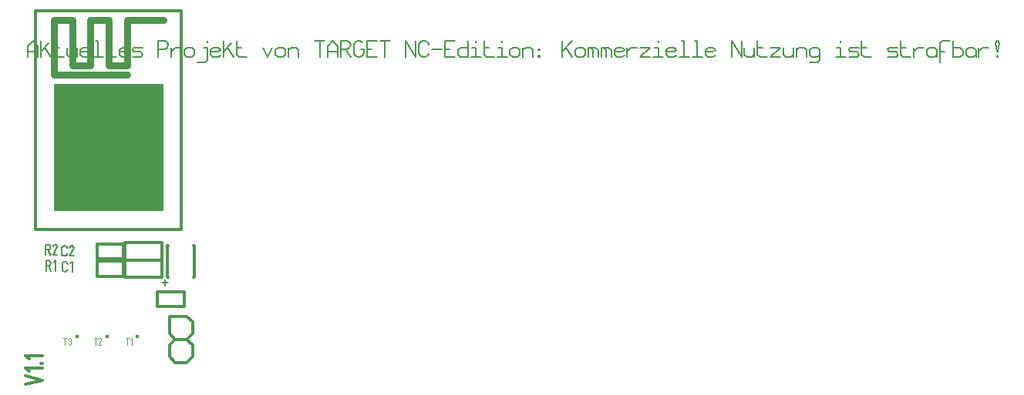
<source format=gto>
%FSLAX35Y35*%
%MOIN*%
%TF.FileFunction,Legend,Top*%
%ADD10C,0.00591*%
%ADD11C,0.00214*%
%ADD12C,0.00384*%
%ADD13C,0.00409*%
%ADD14C,0.00472*%
%ADD15C,0.00512*%
%ADD16C,0.00650*%
%ADD17C,0.00768*%
%ADD18C,0.00886*%
%ADD19C,0.01181*%
%ADD20C,0.01575*%
%ADD21C,0.01969*%
%ADD22C,0.02362*%
%ADD23C,0.03150*%
%ADD24C,0.03937*%
%AMR_25*21,1,0.00787,0.00787,0,0,0.000*%
%ADD25R_25*%
%AMR_26*21,1,0.01181,0.01181,0,0,0.000*%
%ADD26R_26*%
%AMR_27*21,1,0.01706,0.01706,0,0,0.000*%
%ADD27R_27*%
%AMR_28*21,1,0.02133,0.02133,0,0,0.000*%
%ADD28R_28*%
%AMR_29*21,1,0.02362,0.02362,0,0,0.000*%
%ADD29R_29*%
%AMR_30*21,1,0.03200,0.03800,0,0,0.000*%
%ADD30R_30*%
%AMR_31*21,1,0.03200,0.03800,0,0,90.000*%
%ADD31R_31*%
%AMR_32*21,1,0.03200,0.03800,0,0,180.000*%
%ADD32R_32*%
%AMR_33*21,1,0.04409,0.06299,0,0,90.000*%
%ADD33R_33*%
%AMR_34*21,1,0.05000,0.05000,0,0,180.000*%
%ADD34R_34*%
%AMR_35*21,1,0.07874,0.09449,0,0,90.000*%
%ADD35R_35*%
%AMR_36*21,1,0.19685,0.19685,0,0,0.000*%
%ADD36R_36*%
%AMOCT_37*4,1,8,0.031496,0.023622,0.015748,0.039370,-0.015748,0.039370,-0.031496,0.023622,-0.031496,-0.023622,-0.015748,-0.039370,0.015748,-0.039370,0.031496,-0.023622,0.031496,0.023622,270.000*%
%ADD37OCT_37*%
%AMOCT_38*4,1,8,0.039370,0.009843,0.029528,0.019685,-0.029528,0.019685,-0.039370,0.009843,-0.039370,-0.009843,-0.029528,-0.019685,0.029528,-0.019685,0.039370,-0.009843,0.039370,0.009843,0.000*%
%ADD38OCT_38*%
%AMOCT_39*4,1,8,0.039370,0.009843,0.029528,0.019685,-0.029528,0.019685,-0.039370,0.009843,-0.039370,-0.009843,-0.029528,-0.019685,0.029528,-0.019685,0.039370,-0.009843,0.039370,0.009843,90.000*%
%ADD39OCT_39*%
%ADD40O,0.02559X0.04173*%
%AMRR_41*21,1,0.02559,0.03661,0,0,180.000*21,1,0.02047,0.04173,0,0,180.000*1,1,0.00512,-0.01024,-0.01831*1,1,0.00512,0.01024,0.01831*1,1,0.00512,-0.01024,0.01831*1,1,0.00512,0.01024,-0.01831*%
%ADD41RR_41*%
%AMRR_42*21,1,0.06299,0.06929,0,0,180.000*21,1,0.05354,0.07874,0,0,180.000*1,1,0.00945,-0.02677,-0.03465*1,1,0.00945,0.02677,0.03465*1,1,0.00945,-0.02677,0.03465*1,1,0.00945,0.02677,-0.03465*%
%ADD42RR_42*%
%AMRR_43*21,1,0.06299,0.06614,0,0,270.000*21,1,0.05039,0.07874,0,0,270.000*1,1,0.01260,0.03307,-0.02520*1,1,0.01260,-0.03307,0.02520*1,1,0.01260,-0.03307,-0.02520*1,1,0.01260,0.03307,0.02520*%
%ADD43RR_43*%
%AMRR_44*21,1,0.23622,0.06457,0,0,90.000*21,1,0.22205,0.07874,0,0,90.000*1,1,0.01417,-0.03228,0.11102*1,1,0.01417,0.03228,-0.11102*1,1,0.01417,0.03228,0.11102*1,1,0.01417,-0.03228,-0.11102*%
%ADD44RR_44*%
G54D10*
X20855Y55602D02*
X20964Y55121D01*
X20975Y55106D01*
X20994Y55103D01*
X21009Y55114D01*
X21012Y55132D01*
X20903Y55613D01*
X20892Y55628D01*
X20873Y55631D01*
X20858Y55620D01*
X20855Y55602D01*
X20552Y55977D02*
X20859Y55592D01*
X20876Y55583D01*
X20894Y55588D01*
X20903Y55604D01*
X20898Y55623D01*
X20591Y56008D01*
X20574Y56017D01*
X20556Y56012D01*
X20547Y55995D01*
X20552Y55977D01*
X20117Y56184D02*
X20561Y55970D01*
X20580Y55969D01*
X20594Y55982D01*
X20595Y56001D01*
X20582Y56015D01*
X20138Y56229D01*
X20119Y56230D01*
X20105Y56217D01*
X20104Y56198D01*
X20117Y56184D01*
X19635Y56182D02*
X20127Y56182D01*
X20145Y56189D01*
X20152Y56206D01*
X20145Y56224D01*
X20127Y56231D01*
X19635Y56231D01*
X19617Y56224D01*
X19610Y56206D01*
X19617Y56189D01*
X19635Y56182D01*
X19201Y55970D02*
X19645Y56184D01*
X19658Y56198D01*
X19657Y56217D01*
X19643Y56230D01*
X19624Y56229D01*
X19180Y56015D01*
X19167Y56001D01*
X19168Y55982D01*
X19183Y55969D01*
X19201Y55970D01*
X18903Y55592D02*
X19210Y55977D01*
X19215Y55995D01*
X19206Y56012D01*
X19188Y56017D01*
X19171Y56008D01*
X18864Y55623D01*
X18859Y55604D01*
X18868Y55588D01*
X18886Y55583D01*
X18903Y55592D01*
X18798Y55121D02*
X18907Y55602D01*
X18904Y55620D01*
X18889Y55631D01*
X18870Y55628D01*
X18859Y55613D01*
X18750Y55132D01*
X18753Y55114D01*
X18768Y55103D01*
X18787Y55106D01*
X18798Y55121D01*
X18823Y52863D02*
X18823Y55127D01*
X18816Y55144D01*
X18798Y55151D01*
X18781Y55144D01*
X18774Y55127D01*
X18774Y52863D01*
X18781Y52846D01*
X18798Y52838D01*
X18816Y52846D01*
X18823Y52863D01*
X18774Y53390D02*
X18823Y53390D01*
X18774Y53941D02*
X18823Y53941D01*
X18774Y54492D02*
X18823Y54492D01*
X18774Y55043D02*
X18823Y55043D01*
X18907Y52388D02*
X18798Y52869D01*
X18787Y52884D01*
X18768Y52887D01*
X18753Y52876D01*
X18750Y52858D01*
X18859Y52377D01*
X18870Y52362D01*
X18889Y52359D01*
X18904Y52370D01*
X18907Y52388D01*
X19210Y52013D02*
X18903Y52398D01*
X18886Y52407D01*
X18868Y52402D01*
X18859Y52385D01*
X18864Y52367D01*
X19171Y51982D01*
X19188Y51973D01*
X19206Y51978D01*
X19215Y51995D01*
X19210Y52013D01*
X19645Y51806D02*
X19201Y52019D01*
X19183Y52021D01*
X19168Y52008D01*
X19167Y51989D01*
X19180Y51975D01*
X19624Y51761D01*
X19643Y51760D01*
X19657Y51773D01*
X19658Y51792D01*
X19645Y51806D01*
X20127Y51808D02*
X19635Y51808D01*
X19617Y51801D01*
X19610Y51784D01*
X19617Y51766D01*
X19635Y51759D01*
X20127Y51759D01*
X20145Y51766D01*
X20152Y51784D01*
X20145Y51801D01*
X20127Y51808D01*
X20561Y52019D02*
X20117Y51806D01*
X20104Y51792D01*
X20105Y51773D01*
X20119Y51760D01*
X20138Y51761D01*
X20582Y51975D01*
X20595Y51989D01*
X20594Y52008D01*
X20580Y52021D01*
X20561Y52019D01*
X20859Y52398D02*
X20552Y52013D01*
X20547Y51995D01*
X20556Y51978D01*
X20574Y51973D01*
X20591Y51982D01*
X20898Y52367D01*
X20903Y52385D01*
X20894Y52402D01*
X20876Y52407D01*
X20859Y52398D01*
X20964Y52869D02*
X20855Y52388D01*
X20858Y52370D01*
X20873Y52359D01*
X20892Y52362D01*
X20903Y52377D01*
X21012Y52858D01*
X21009Y52876D01*
X20994Y52887D01*
X20975Y52884D01*
X20964Y52869D01*
X23013Y56227D02*
X22127Y55341D01*
X22120Y55324D01*
X22127Y55306D01*
X22145Y55299D01*
X22162Y55306D01*
X23048Y56192D01*
X23055Y56209D01*
X23048Y56227D01*
X23031Y56234D01*
X23013Y56227D01*
X22637Y55850D02*
X22706Y55850D01*
X23055Y51780D02*
X23055Y56209D01*
X23048Y56227D01*
X23031Y56234D01*
X23013Y56227D01*
X23006Y56209D01*
X23006Y51780D01*
X23013Y51763D01*
X23031Y51756D01*
X23048Y51763D01*
X23055Y51780D01*
X23006Y52307D02*
X23055Y52307D01*
X23006Y52858D02*
X23055Y52858D01*
X23006Y53409D02*
X23055Y53409D01*
X23006Y53960D02*
X23055Y53960D01*
X23006Y54512D02*
X23055Y54512D01*
X23006Y55063D02*
X23055Y55063D01*
X23006Y55614D02*
X23055Y55614D01*
X23006Y56165D02*
X23055Y56165D01*
X20594Y62477D02*
X20704Y61996D01*
X20714Y61981D01*
X20733Y61978D01*
X20748Y61989D01*
X20751Y62007D01*
X20642Y62488D01*
X20631Y62503D01*
X20612Y62506D01*
X20597Y62495D01*
X20594Y62477D01*
X20291Y62852D02*
X20599Y62467D01*
X20615Y62458D01*
X20633Y62463D01*
X20642Y62479D01*
X20637Y62498D01*
X20330Y62883D01*
X20313Y62892D01*
X20295Y62887D01*
X20286Y62870D01*
X20291Y62852D01*
X19856Y63059D02*
X20300Y62845D01*
X20319Y62844D01*
X20333Y62857D01*
X20334Y62876D01*
X20321Y62890D01*
X19877Y63104D01*
X19858Y63105D01*
X19844Y63092D01*
X19843Y63073D01*
X19856Y63059D01*
X19374Y63057D02*
X19867Y63057D01*
X19884Y63064D01*
X19891Y63081D01*
X19884Y63099D01*
X19867Y63106D01*
X19374Y63106D01*
X19356Y63099D01*
X19349Y63081D01*
X19356Y63064D01*
X19374Y63057D01*
X18941Y62845D02*
X19384Y63059D01*
X19397Y63073D01*
X19396Y63092D01*
X19382Y63105D01*
X19363Y63104D01*
X18919Y62890D01*
X18907Y62876D01*
X18908Y62857D01*
X18922Y62844D01*
X18941Y62845D01*
X18642Y62467D02*
X18949Y62852D01*
X18954Y62870D01*
X18945Y62887D01*
X18927Y62892D01*
X18911Y62883D01*
X18603Y62498D01*
X18598Y62479D01*
X18607Y62463D01*
X18625Y62458D01*
X18642Y62467D01*
X18537Y61996D02*
X18647Y62477D01*
X18643Y62495D01*
X18628Y62506D01*
X18609Y62503D01*
X18599Y62488D01*
X18489Y62007D01*
X18492Y61989D01*
X18507Y61978D01*
X18526Y61981D01*
X18537Y61996D01*
X18562Y59738D02*
X18562Y62002D01*
X18555Y62019D01*
X18538Y62026D01*
X18520Y62019D01*
X18513Y62002D01*
X18513Y59738D01*
X18520Y59721D01*
X18538Y59713D01*
X18555Y59721D01*
X18562Y59738D01*
X18513Y60265D02*
X18562Y60265D01*
X18513Y60816D02*
X18562Y60816D01*
X18513Y61367D02*
X18562Y61367D01*
X18513Y61918D02*
X18562Y61918D01*
X18647Y59263D02*
X18537Y59744D01*
X18526Y59759D01*
X18507Y59762D01*
X18492Y59751D01*
X18489Y59733D01*
X18599Y59252D01*
X18609Y59237D01*
X18628Y59234D01*
X18643Y59245D01*
X18647Y59263D01*
X18949Y58888D02*
X18642Y59273D01*
X18625Y59282D01*
X18607Y59277D01*
X18598Y59260D01*
X18603Y59242D01*
X18911Y58857D01*
X18927Y58848D01*
X18945Y58853D01*
X18954Y58870D01*
X18949Y58888D01*
X19384Y58681D02*
X18941Y58894D01*
X18922Y58896D01*
X18908Y58883D01*
X18907Y58864D01*
X18919Y58850D01*
X19363Y58636D01*
X19382Y58635D01*
X19396Y58648D01*
X19397Y58667D01*
X19384Y58681D01*
X19867Y58683D02*
X19374Y58683D01*
X19356Y58676D01*
X19349Y58659D01*
X19356Y58641D01*
X19374Y58634D01*
X19867Y58634D01*
X19884Y58641D01*
X19891Y58659D01*
X19884Y58676D01*
X19867Y58683D01*
X20300Y58894D02*
X19856Y58681D01*
X19843Y58667D01*
X19844Y58648D01*
X19858Y58635D01*
X19877Y58636D01*
X20321Y58850D01*
X20334Y58864D01*
X20333Y58883D01*
X20319Y58896D01*
X20300Y58894D01*
X20599Y59273D02*
X20291Y58888D01*
X20286Y58870D01*
X20295Y58853D01*
X20313Y58848D01*
X20330Y58857D01*
X20637Y59242D01*
X20642Y59260D01*
X20633Y59277D01*
X20615Y59282D01*
X20599Y59273D01*
X20704Y59744D02*
X20594Y59263D01*
X20597Y59245D01*
X20612Y59234D01*
X20631Y59237D01*
X20642Y59252D01*
X20751Y59733D01*
X20748Y59751D01*
X20733Y59762D01*
X20714Y59759D01*
X20704Y59744D01*
X23513Y62635D02*
X23632Y62192D01*
X23643Y62177D01*
X23662Y62175D01*
X23677Y62186D01*
X23679Y62205D01*
X23561Y62648D01*
X23549Y62663D01*
X23531Y62665D01*
X23516Y62654D01*
X23513Y62635D01*
X23195Y62948D02*
X23520Y62624D01*
X23537Y62617D01*
X23554Y62624D01*
X23562Y62642D01*
X23554Y62659D01*
X23230Y62983D01*
X23213Y62990D01*
X23195Y62983D01*
X23188Y62966D01*
X23195Y62948D01*
X22763Y63061D02*
X23206Y62942D01*
X23225Y62945D01*
X23237Y62959D01*
X23234Y62978D01*
X23219Y62990D01*
X22776Y63108D01*
X22758Y63106D01*
X22746Y63091D01*
X22749Y63072D01*
X22763Y63061D01*
X22333Y62942D02*
X22776Y63061D01*
X22791Y63072D01*
X22794Y63091D01*
X22782Y63106D01*
X22763Y63108D01*
X22321Y62990D01*
X22306Y62978D01*
X22303Y62959D01*
X22315Y62945D01*
X22333Y62942D01*
X22020Y62624D02*
X22344Y62948D01*
X22352Y62966D01*
X22344Y62983D01*
X22327Y62990D01*
X22310Y62983D01*
X21985Y62659D01*
X21978Y62642D01*
X21985Y62624D01*
X22003Y62617D01*
X22020Y62624D01*
X21908Y62192D02*
X22026Y62635D01*
X22024Y62654D01*
X22009Y62665D01*
X21990Y62663D01*
X21979Y62648D01*
X21860Y62205D01*
X21863Y62186D01*
X21878Y62175D01*
X21896Y62177D01*
X21908Y62192D01*
X21906Y58644D02*
X23678Y62188D01*
X23679Y62206D01*
X23667Y62221D01*
X23648Y62222D01*
X23634Y62210D01*
X21862Y58666D01*
X21861Y58648D01*
X21873Y58633D01*
X21892Y58632D01*
X21906Y58644D01*
X22120Y59183D02*
X22175Y59183D01*
X22396Y59734D02*
X22451Y59734D01*
X22672Y60286D02*
X22727Y60286D01*
X22947Y60837D02*
X23002Y60837D01*
X23223Y61388D02*
X23278Y61388D01*
X23498Y61939D02*
X23553Y61939D01*
X23656Y58680D02*
X21884Y58680D01*
X21867Y58673D01*
X21859Y58655D01*
X21867Y58638D01*
X21884Y58631D01*
X23656Y58631D01*
X23673Y58638D01*
X23680Y58655D01*
X23673Y58673D01*
X23656Y58680D01*
X11611Y56680D02*
X11611Y52250D01*
X11618Y52233D01*
X11635Y52226D01*
X11653Y52233D01*
X11660Y52250D01*
X11660Y56680D01*
X11653Y56697D01*
X11635Y56704D01*
X11618Y56697D01*
X11611Y56680D01*
X11611Y52777D02*
X11660Y52777D01*
X11611Y53328D02*
X11660Y53328D01*
X11611Y53879D02*
X11660Y53879D01*
X11611Y54431D02*
X11660Y54431D01*
X11611Y54982D02*
X11660Y54982D01*
X11611Y55533D02*
X11660Y55533D01*
X11611Y56084D02*
X11660Y56084D01*
X11611Y56635D02*
X11660Y56635D01*
X12718Y56704D02*
X11635Y56704D01*
X11618Y56697D01*
X11611Y56680D01*
X11618Y56662D01*
X11635Y56655D01*
X12718Y56655D01*
X12735Y56662D01*
X12743Y56680D01*
X12735Y56697D01*
X12718Y56704D01*
X13193Y54623D02*
X12713Y54514D01*
X12697Y54503D01*
X12694Y54484D01*
X12705Y54469D01*
X12723Y54466D01*
X13204Y54575D01*
X13219Y54586D01*
X13222Y54605D01*
X13212Y54620D01*
X13193Y54623D01*
X13568Y54926D02*
X13183Y54619D01*
X13174Y54602D01*
X13179Y54584D01*
X13196Y54575D01*
X13214Y54580D01*
X13599Y54887D01*
X13608Y54904D01*
X13603Y54922D01*
X13586Y54931D01*
X13568Y54926D01*
X13775Y55361D02*
X13562Y54917D01*
X13560Y54898D01*
X13573Y54884D01*
X13592Y54883D01*
X13606Y54896D01*
X13820Y55340D01*
X13821Y55359D01*
X13808Y55373D01*
X13789Y55374D01*
X13775Y55361D01*
X13773Y55843D02*
X13773Y55351D01*
X13780Y55333D01*
X13798Y55326D01*
X13815Y55333D01*
X13822Y55351D01*
X13822Y55843D01*
X13815Y55861D01*
X13798Y55868D01*
X13780Y55861D01*
X13773Y55843D01*
X13562Y56277D02*
X13775Y55833D01*
X13789Y55820D01*
X13808Y55821D01*
X13821Y55835D01*
X13820Y55854D01*
X13606Y56298D01*
X13592Y56311D01*
X13573Y56309D01*
X13560Y56295D01*
X13562Y56277D01*
X13183Y56575D02*
X13568Y56268D01*
X13586Y56263D01*
X13603Y56272D01*
X13608Y56290D01*
X13599Y56307D01*
X13214Y56614D01*
X13196Y56619D01*
X13179Y56610D01*
X13174Y56592D01*
X13183Y56575D01*
X12713Y56680D02*
X13193Y56571D01*
X13212Y56574D01*
X13222Y56589D01*
X13219Y56608D01*
X13204Y56619D01*
X12723Y56728D01*
X12705Y56725D01*
X12694Y56710D01*
X12697Y56691D01*
X12713Y56680D01*
X11635Y54440D02*
X12718Y54440D01*
X12735Y54448D01*
X12743Y54465D01*
X12735Y54482D01*
X12718Y54490D01*
X11635Y54490D01*
X11618Y54482D01*
X11611Y54465D01*
X11618Y54448D01*
X11635Y54440D01*
X13872Y52262D02*
X12740Y54476D01*
X12726Y54488D01*
X12707Y54487D01*
X12695Y54473D01*
X12696Y54454D01*
X13828Y52239D01*
X13842Y52227D01*
X13861Y52229D01*
X13873Y52243D01*
X13872Y52262D01*
X13553Y52778D02*
X13608Y52778D01*
X13271Y53329D02*
X13326Y53329D01*
X12989Y53881D02*
X13044Y53881D01*
X12707Y54432D02*
X12763Y54432D01*
X15850Y56697D02*
X14964Y55811D01*
X14957Y55794D01*
X14964Y55776D01*
X14982Y55769D01*
X14999Y55776D01*
X15885Y56662D01*
X15892Y56680D01*
X15885Y56697D01*
X15868Y56704D01*
X15850Y56697D01*
X15474Y56320D02*
X15543Y56320D01*
X15892Y52250D02*
X15892Y56680D01*
X15885Y56697D01*
X15868Y56704D01*
X15850Y56697D01*
X15843Y56680D01*
X15843Y52250D01*
X15850Y52233D01*
X15868Y52226D01*
X15885Y52233D01*
X15892Y52250D01*
X15843Y52777D02*
X15892Y52777D01*
X15843Y53328D02*
X15892Y53328D01*
X15843Y53879D02*
X15892Y53879D01*
X15843Y54431D02*
X15892Y54431D01*
X15843Y54982D02*
X15892Y54982D01*
X15843Y55533D02*
X15892Y55533D01*
X15843Y56084D02*
X15892Y56084D01*
X15843Y56635D02*
X15892Y56635D01*
X11350Y63555D02*
X11350Y59125D01*
X11357Y59108D01*
X11375Y59101D01*
X11392Y59108D01*
X11399Y59125D01*
X11399Y63555D01*
X11392Y63572D01*
X11375Y63579D01*
X11357Y63572D01*
X11350Y63555D01*
X11350Y59652D02*
X11399Y59652D01*
X11350Y60203D02*
X11399Y60203D01*
X11350Y60754D02*
X11399Y60754D01*
X11350Y61306D02*
X11399Y61306D01*
X11350Y61857D02*
X11399Y61857D01*
X11350Y62408D02*
X11399Y62408D01*
X11350Y62959D02*
X11399Y62959D01*
X11350Y63510D02*
X11399Y63510D01*
X12457Y63579D02*
X11375Y63579D01*
X11357Y63572D01*
X11350Y63555D01*
X11357Y63537D01*
X11375Y63530D01*
X12457Y63530D01*
X12475Y63537D01*
X12482Y63555D01*
X12475Y63572D01*
X12457Y63579D01*
X12932Y61498D02*
X12452Y61389D01*
X12436Y61378D01*
X12433Y61359D01*
X12444Y61344D01*
X12463Y61341D01*
X12943Y61450D01*
X12958Y61461D01*
X12962Y61480D01*
X12951Y61495D01*
X12932Y61498D01*
X13308Y61801D02*
X12922Y61494D01*
X12913Y61477D01*
X12918Y61459D01*
X12935Y61450D01*
X12953Y61455D01*
X13338Y61762D01*
X13347Y61779D01*
X13342Y61797D01*
X13326Y61806D01*
X13308Y61801D01*
X13515Y62236D02*
X13301Y61792D01*
X13300Y61773D01*
X13312Y61759D01*
X13331Y61758D01*
X13345Y61771D01*
X13559Y62215D01*
X13560Y62234D01*
X13547Y62248D01*
X13529Y62249D01*
X13515Y62236D01*
X13512Y62718D02*
X13512Y62226D01*
X13519Y62208D01*
X13537Y62201D01*
X13554Y62208D01*
X13561Y62226D01*
X13561Y62718D01*
X13554Y62736D01*
X13537Y62743D01*
X13519Y62736D01*
X13512Y62718D01*
X13301Y63152D02*
X13515Y62708D01*
X13529Y62695D01*
X13547Y62696D01*
X13560Y62710D01*
X13559Y62729D01*
X13345Y63173D01*
X13331Y63186D01*
X13312Y63184D01*
X13300Y63170D01*
X13301Y63152D01*
X12922Y63450D02*
X13308Y63143D01*
X13326Y63138D01*
X13342Y63147D01*
X13347Y63165D01*
X13338Y63182D01*
X12953Y63489D01*
X12935Y63494D01*
X12918Y63485D01*
X12913Y63467D01*
X12922Y63450D01*
X12452Y63555D02*
X12932Y63446D01*
X12951Y63449D01*
X12962Y63464D01*
X12958Y63483D01*
X12943Y63494D01*
X12463Y63603D01*
X12444Y63600D01*
X12433Y63585D01*
X12436Y63566D01*
X12452Y63555D01*
X11375Y61315D02*
X12457Y61315D01*
X12475Y61323D01*
X12482Y61340D01*
X12475Y61357D01*
X12457Y61365D01*
X11375Y61365D01*
X11357Y61357D01*
X11350Y61340D01*
X11357Y61323D01*
X11375Y61315D01*
X13611Y59137D02*
X12479Y61351D01*
X12465Y61363D01*
X12446Y61362D01*
X12434Y61348D01*
X12435Y61329D01*
X13567Y59114D01*
X13581Y59102D01*
X13600Y59104D01*
X13612Y59118D01*
X13611Y59137D01*
X13292Y59653D02*
X13347Y59653D01*
X13010Y60204D02*
X13065Y60204D01*
X12728Y60756D02*
X12784Y60756D01*
X12447Y61307D02*
X12502Y61307D01*
X16350Y63105D02*
X16469Y62662D01*
X16480Y62647D01*
X16499Y62645D01*
X16514Y62656D01*
X16516Y62675D01*
X16398Y63118D01*
X16386Y63133D01*
X16368Y63135D01*
X16353Y63124D01*
X16350Y63105D01*
X16032Y63419D02*
X16357Y63094D01*
X16374Y63087D01*
X16391Y63094D01*
X16399Y63112D01*
X16391Y63129D01*
X16067Y63453D01*
X16050Y63461D01*
X16032Y63453D01*
X16025Y63436D01*
X16032Y63419D01*
X15600Y63531D02*
X16043Y63412D01*
X16062Y63415D01*
X16073Y63430D01*
X16071Y63448D01*
X16056Y63460D01*
X15613Y63578D01*
X15594Y63576D01*
X15583Y63561D01*
X15585Y63542D01*
X15600Y63531D01*
X15170Y63412D02*
X15613Y63531D01*
X15628Y63542D01*
X15631Y63561D01*
X15619Y63576D01*
X15600Y63578D01*
X15158Y63460D01*
X15143Y63448D01*
X15140Y63430D01*
X15152Y63415D01*
X15170Y63412D01*
X14857Y63094D02*
X15181Y63419D01*
X15188Y63436D01*
X15181Y63453D01*
X15164Y63461D01*
X15146Y63453D01*
X14822Y63129D01*
X14815Y63112D01*
X14822Y63094D01*
X14840Y63087D01*
X14857Y63094D01*
X14745Y62662D02*
X14863Y63105D01*
X14861Y63124D01*
X14846Y63135D01*
X14827Y63133D01*
X14816Y63118D01*
X14697Y62675D01*
X14700Y62656D01*
X14715Y62645D01*
X14733Y62647D01*
X14745Y62662D01*
X14743Y59114D02*
X16515Y62658D01*
X16516Y62677D01*
X16504Y62691D01*
X16485Y62692D01*
X16471Y62680D01*
X14699Y59136D01*
X14698Y59118D01*
X14710Y59103D01*
X14729Y59102D01*
X14743Y59114D01*
X14957Y59653D02*
X15012Y59653D01*
X15233Y60205D02*
X15288Y60205D01*
X15509Y60756D02*
X15564Y60756D01*
X15784Y61307D02*
X15839Y61307D01*
X16060Y61858D02*
X16115Y61858D01*
X16335Y62409D02*
X16390Y62409D01*
X16493Y59150D02*
X14721Y59150D01*
X14704Y59143D01*
X14696Y59125D01*
X14704Y59108D01*
X14721Y59101D01*
X16493Y59101D01*
X16510Y59108D01*
X16517Y59125D01*
X16510Y59143D01*
X16493Y59150D01*
G54D13*
X46038Y23005D02*
X47455Y23005D01*
X46731Y23005D02*
X46731Y20171D01*
X48180Y22438D02*
X48747Y23005D01*
X48747Y20171D01*
X32288Y23005D02*
X33705Y23005D01*
X32981Y23005D02*
X32981Y20171D01*
X35563Y22438D02*
X35455Y22772D01*
X35172Y22978D01*
X34821Y22978D01*
X34538Y22772D01*
X34430Y22438D01*
X35563Y22438D02*
X34430Y20171D01*
X35563Y20171D01*
X19163Y23005D02*
X20580Y23005D01*
X19856Y23005D02*
X19856Y20171D01*
X21305Y20738D02*
X21413Y20404D01*
X21696Y20199D01*
X22047Y20199D01*
X22330Y20404D01*
X22438Y20738D01*
X22438Y21147D02*
X22438Y20738D01*
X22438Y21147D02*
X22363Y21431D01*
X22155Y21638D01*
X21872Y21714D01*
X21714Y21714D02*
X21872Y21714D01*
X21714Y21714D01*
X21872Y21714D02*
X22161Y21800D01*
X22368Y22019D01*
X22438Y22312D01*
X22438Y22438D02*
X22438Y22312D01*
X22438Y22438D02*
X22330Y22772D01*
X22047Y22978D01*
X21696Y22978D01*
X21413Y22772D01*
X21305Y22438D01*
G54D16*
X3937Y144749D02*
X3937Y149473D01*
X3937Y147111D02*
X8267Y147111D01*
X8267Y149473D02*
X8267Y144749D01*
X3937Y149473D02*
X6102Y151835D01*
X8267Y149473D01*
X9566Y151835D02*
X9566Y144749D01*
X9566Y147111D02*
X12814Y150654D01*
X11190Y148882D02*
X13897Y144749D01*
X15196Y151835D02*
X15196Y145930D01*
X16279Y144749D01*
X19527Y144749D01*
X15196Y148882D02*
X17362Y148882D01*
X20826Y148882D02*
X20826Y145930D01*
X21909Y144749D01*
X24074Y144749D01*
X25157Y145930D01*
X25157Y148882D02*
X25157Y144749D01*
X30787Y145339D02*
X29704Y144749D01*
X27539Y144749D01*
X26456Y145930D01*
X26456Y147701D01*
X27539Y148882D01*
X29704Y148882D01*
X30787Y148292D01*
X30787Y147701D01*
X29704Y147111D01*
X26456Y147111D01*
X32086Y144749D02*
X36417Y144749D01*
X33169Y151835D02*
X34251Y151835D01*
X34251Y144749D01*
X37716Y144749D02*
X42047Y144749D01*
X38799Y151835D02*
X39881Y151835D01*
X39881Y144749D01*
X47677Y145339D02*
X46594Y144749D01*
X44429Y144749D01*
X43346Y145930D01*
X43346Y147701D01*
X44429Y148882D01*
X46594Y148882D01*
X47677Y148292D01*
X47677Y147701D01*
X46594Y147111D01*
X43346Y147111D01*
X48976Y144749D02*
X52765Y144749D01*
X53307Y145930D01*
X52765Y147111D01*
X49517Y147111D01*
X48976Y148292D01*
X49517Y148882D01*
X53307Y148882D01*
X60236Y151835D02*
X60236Y144749D01*
X60236Y148292D02*
X62942Y148292D01*
X64025Y148882D01*
X64566Y150063D01*
X64025Y151245D01*
X62942Y151835D01*
X60236Y151835D01*
X65866Y148882D02*
X65866Y144749D01*
X65866Y147111D02*
X67490Y148882D01*
X70196Y148882D01*
X71496Y147701D02*
X71496Y145930D01*
X71496Y147701D02*
X72578Y148882D01*
X74744Y148882D01*
X75826Y147701D01*
X75826Y145930D01*
X74744Y144749D01*
X72578Y144749D01*
X71496Y145930D01*
X77125Y142386D02*
X80374Y142386D01*
X81456Y143567D01*
X81456Y148882D01*
X79832Y148882D01*
X81456Y151835D02*
X81456Y151245D01*
X87086Y145339D02*
X86003Y144749D01*
X83838Y144749D01*
X82755Y145930D01*
X82755Y147701D01*
X83838Y148882D01*
X86003Y148882D01*
X87086Y148292D01*
X87086Y147701D01*
X86003Y147111D01*
X82755Y147111D01*
X88385Y151835D02*
X88385Y144749D01*
X88385Y147111D02*
X91633Y150654D01*
X90009Y148882D02*
X92716Y144749D01*
X94015Y151835D02*
X94015Y145930D01*
X95098Y144749D01*
X98346Y144749D01*
X94015Y148882D02*
X96181Y148882D01*
X105275Y148882D02*
X107440Y144749D01*
X109606Y148882D01*
X110905Y147701D02*
X110905Y145930D01*
X110905Y147701D02*
X111988Y148882D01*
X114153Y148882D01*
X115236Y147701D01*
X115236Y145930D01*
X114153Y144749D01*
X111988Y144749D01*
X110905Y145930D01*
X116535Y144749D02*
X116535Y148882D01*
X116535Y147701D02*
X117618Y148882D01*
X119783Y148882D01*
X120866Y147701D01*
X120866Y144749D01*
X127795Y151835D02*
X132125Y151835D01*
X129960Y151835D02*
X129960Y144749D01*
X133425Y144749D02*
X133425Y149473D01*
X133425Y147111D02*
X137755Y147111D01*
X137755Y149473D02*
X137755Y144749D01*
X133425Y149473D02*
X135590Y151835D01*
X137755Y149473D01*
X139055Y151835D02*
X139055Y144749D01*
X139055Y148292D02*
X141761Y148292D01*
X142844Y148882D01*
X143385Y150063D01*
X142844Y151245D01*
X141761Y151835D01*
X139055Y151835D01*
X141220Y148292D02*
X143385Y144749D01*
X146309Y151835D02*
X145226Y151245D01*
X144685Y150063D01*
X144685Y146520D01*
X145226Y145339D01*
X146309Y144749D01*
X147391Y144749D01*
X148474Y145339D01*
X149015Y146520D01*
X149015Y148292D01*
X147933Y148292D01*
X146309Y151835D02*
X147391Y151835D01*
X148474Y151245D01*
X150314Y151835D02*
X150314Y144749D01*
X154645Y144749D01*
X150314Y148292D02*
X152480Y148292D01*
X150314Y151835D02*
X154645Y151835D01*
X155944Y151835D02*
X160275Y151835D01*
X158110Y151835D02*
X158110Y144749D01*
X167204Y144749D02*
X167204Y151835D01*
X171535Y144749D01*
X171535Y151835D01*
X175541Y144749D02*
X176624Y145339D01*
X177165Y146520D01*
X175541Y144749D02*
X174458Y144749D01*
X173375Y145339D01*
X172834Y146520D01*
X172834Y150063D01*
X173375Y151245D01*
X174458Y151835D01*
X175541Y151835D01*
X176624Y151245D01*
X177165Y150063D01*
X178464Y148292D02*
X182795Y148292D01*
X184094Y151835D02*
X184094Y144749D01*
X188425Y144749D01*
X184094Y148292D02*
X186259Y148292D01*
X184094Y151835D02*
X188425Y151835D01*
X194055Y151835D02*
X194055Y144749D01*
X190807Y144749D01*
X189724Y145930D01*
X189724Y147701D01*
X190807Y148882D01*
X194055Y148882D01*
X195354Y144749D02*
X199685Y144749D01*
X197519Y144749D02*
X197519Y148882D01*
X197519Y151835D02*
X197519Y151245D01*
X195895Y148882D02*
X197519Y148882D01*
X200984Y151835D02*
X200984Y145930D01*
X202066Y144749D01*
X205314Y144749D01*
X200984Y148882D02*
X203149Y148882D01*
X206614Y144749D02*
X210944Y144749D01*
X208779Y144749D02*
X208779Y148882D01*
X208779Y151835D02*
X208779Y151245D01*
X207155Y148882D02*
X208779Y148882D01*
X212244Y147701D02*
X212244Y145930D01*
X212244Y147701D02*
X213326Y148882D01*
X215492Y148882D01*
X216574Y147701D01*
X216574Y145930D01*
X215492Y144749D01*
X213326Y144749D01*
X212244Y145930D01*
X217874Y144749D02*
X217874Y148882D01*
X217874Y147701D02*
X218956Y148882D01*
X221122Y148882D01*
X222204Y147701D01*
X222204Y144749D01*
X224586Y145339D02*
X224586Y144749D01*
X225127Y144749D01*
X225127Y145339D01*
X224586Y145339D01*
X225127Y148292D02*
X224586Y148292D01*
X224586Y147701D01*
X225127Y147701D01*
X225127Y148292D01*
X234763Y151835D02*
X234763Y144749D01*
X234763Y147111D02*
X239094Y151835D01*
X236387Y148882D02*
X239094Y144749D01*
X240393Y147701D02*
X240393Y145930D01*
X240393Y147701D02*
X241476Y148882D01*
X243641Y148882D01*
X244724Y147701D01*
X244724Y145930D01*
X243641Y144749D01*
X241476Y144749D01*
X240393Y145930D01*
X250354Y144749D02*
X250354Y147701D01*
X249271Y148882D01*
X248188Y144749D02*
X248188Y147701D01*
X246023Y148882D02*
X249271Y148882D01*
X246023Y144749D02*
X246023Y148882D01*
X248188Y147701D02*
X247106Y148882D01*
X255984Y144749D02*
X255984Y147701D01*
X254901Y148882D01*
X253818Y144749D02*
X253818Y147701D01*
X251653Y148882D02*
X254901Y148882D01*
X251653Y144749D02*
X251653Y148882D01*
X253818Y147701D02*
X252736Y148882D01*
X261614Y145339D02*
X260531Y144749D01*
X258366Y144749D01*
X257283Y145930D01*
X257283Y147701D01*
X258366Y148882D01*
X260531Y148882D01*
X261614Y148292D01*
X261614Y147701D01*
X260531Y147111D01*
X257283Y147111D01*
X262913Y148882D02*
X262913Y144749D01*
X262913Y147111D02*
X264537Y148882D01*
X267244Y148882D01*
X268543Y148882D02*
X272874Y148882D01*
X268543Y144749D01*
X272874Y144749D01*
X274173Y144749D02*
X278503Y144749D01*
X276338Y144749D02*
X276338Y148882D01*
X276338Y151835D02*
X276338Y151245D01*
X274714Y148882D02*
X276338Y148882D01*
X284133Y145339D02*
X283051Y144749D01*
X280885Y144749D01*
X279803Y145930D01*
X279803Y147701D01*
X280885Y148882D01*
X283051Y148882D01*
X284133Y148292D01*
X284133Y147701D01*
X283051Y147111D01*
X279803Y147111D01*
X285433Y144749D02*
X289763Y144749D01*
X286515Y151835D02*
X287598Y151835D01*
X287598Y144749D01*
X291062Y144749D02*
X295393Y144749D01*
X292145Y151835D02*
X293228Y151835D01*
X293228Y144749D01*
X301023Y145339D02*
X299940Y144749D01*
X297775Y144749D01*
X296692Y145930D01*
X296692Y147701D01*
X297775Y148882D01*
X299940Y148882D01*
X301023Y148292D01*
X301023Y147701D01*
X299940Y147111D01*
X296692Y147111D01*
X307952Y144749D02*
X307952Y151835D01*
X312283Y144749D01*
X312283Y151835D01*
X313582Y148882D02*
X313582Y145930D01*
X314665Y144749D01*
X316830Y144749D01*
X317913Y145930D01*
X317913Y148882D02*
X317913Y144749D01*
X319212Y151835D02*
X319212Y145930D01*
X320295Y144749D01*
X323543Y144749D01*
X319212Y148882D02*
X321377Y148882D01*
X324842Y148882D02*
X329173Y148882D01*
X324842Y144749D01*
X329173Y144749D01*
X330472Y148882D02*
X330472Y145930D01*
X331555Y144749D01*
X333720Y144749D01*
X334803Y145930D01*
X334803Y148882D02*
X334803Y144749D01*
X336102Y144749D02*
X336102Y148882D01*
X336102Y147701D02*
X337185Y148882D01*
X339350Y148882D01*
X340433Y147701D01*
X340433Y144749D01*
X346062Y145930D02*
X344980Y144749D01*
X342814Y144749D01*
X341732Y145930D01*
X341732Y147701D01*
X342814Y148882D01*
X344980Y148882D01*
X346062Y147701D01*
X346062Y143567D01*
X344980Y142386D01*
X341732Y142386D01*
X352992Y144749D02*
X357322Y144749D01*
X355157Y144749D02*
X355157Y148882D01*
X355157Y151835D02*
X355157Y151245D01*
X353533Y148882D02*
X355157Y148882D01*
X358622Y144749D02*
X362411Y144749D01*
X362952Y145930D01*
X362411Y147111D01*
X359163Y147111D01*
X358622Y148292D01*
X359163Y148882D01*
X362952Y148882D01*
X364251Y151835D02*
X364251Y145930D01*
X365334Y144749D01*
X368582Y144749D01*
X364251Y148882D02*
X366417Y148882D01*
X375511Y144749D02*
X379301Y144749D01*
X379842Y145930D01*
X379301Y147111D01*
X376053Y147111D01*
X375511Y148292D01*
X376053Y148882D01*
X379842Y148882D01*
X381141Y151835D02*
X381141Y145930D01*
X382224Y144749D01*
X385472Y144749D01*
X381141Y148882D02*
X383307Y148882D01*
X386771Y148882D02*
X386771Y144749D01*
X386771Y147111D02*
X388395Y148882D01*
X391102Y148882D01*
X392401Y145930D02*
X393484Y144749D01*
X395649Y144749D01*
X396732Y145930D01*
X392401Y145930D02*
X392401Y147701D01*
X393484Y148882D01*
X395649Y148882D01*
X396732Y147701D01*
X396732Y144749D01*
X398031Y142386D02*
X398031Y150654D01*
X399114Y151835D01*
X402362Y151835D01*
X398031Y147111D02*
X400196Y147111D01*
X403661Y151835D02*
X403661Y144749D01*
X406909Y144749D01*
X407992Y145930D01*
X407992Y147701D01*
X406909Y148882D01*
X403661Y148882D01*
X409291Y145930D02*
X410374Y144749D01*
X412539Y144749D01*
X413622Y145930D01*
X409291Y145930D02*
X409291Y147701D01*
X410374Y148882D01*
X412539Y148882D01*
X413622Y147701D01*
X413622Y144749D01*
X414921Y148882D02*
X414921Y144749D01*
X414921Y147111D02*
X416545Y148882D01*
X419251Y148882D01*
X422716Y144749D02*
X422716Y145339D01*
X423257Y145339D01*
X423257Y144749D01*
X422716Y144749D01*
X422716Y147111D02*
X423257Y147111D01*
X423799Y150654D01*
X423257Y151835D01*
X422716Y151835D01*
X422175Y150654D01*
X422716Y147111D01*
G54D17*
X25659Y95255D02*
X23001Y95255D01*
X23001Y92598D01*
X24832Y92598D01*
X23001Y92598D02*
X23001Y89940D01*
X25659Y89940D01*
X29675Y93956D02*
X29552Y94520D01*
X29206Y94983D01*
X28699Y95259D01*
X28123Y95301D01*
X27582Y95099D01*
X27174Y94691D01*
X26972Y94149D01*
X27013Y93574D01*
X27290Y93067D01*
X27752Y92721D01*
X28316Y92598D01*
X27017Y91240D02*
X27150Y90691D01*
X27498Y90246D01*
X28000Y89987D01*
X28564Y89959D01*
X29089Y90168D01*
X29479Y90576D01*
X29665Y91110D01*
X29612Y91672D01*
X29330Y92162D01*
X28871Y92490D01*
X28316Y92598D01*
X31033Y89940D02*
X31033Y92598D01*
X32332Y92598D01*
X32332Y92627D02*
X32841Y92729D01*
X33272Y93017D01*
X33560Y93448D01*
X33661Y93956D01*
X33560Y94465D01*
X33272Y94896D01*
X32841Y95184D01*
X32332Y95285D01*
X32332Y95255D02*
X31033Y95255D01*
X31033Y92598D01*
X35049Y94192D02*
X36112Y95255D01*
X36112Y89940D01*
X39596Y94192D02*
X39491Y94654D01*
X39196Y95023D01*
X38770Y95229D01*
X38296Y95229D01*
X37870Y95023D01*
X37575Y94654D01*
X37470Y94192D01*
X39596Y94192D02*
X37470Y89940D01*
X39596Y89940D01*
X43612Y95255D02*
X40954Y95255D01*
X40954Y92598D01*
X42785Y92598D01*
X40954Y92598D02*
X40954Y89940D01*
X43612Y89940D01*
X47332Y95255D02*
X44970Y89940D01*
X51348Y95255D02*
X48690Y95255D01*
X48690Y92598D01*
X50521Y92598D01*
X48690Y92598D02*
X48690Y89940D01*
X63011Y45816D02*
X63011Y48474D01*
X61653Y47116D02*
X64370Y47116D01*
G54D19*
X7253Y70255D02*
X70246Y70255D01*
X70246Y164744D01*
X7253Y164744D01*
X7253Y70255D01*
X61750Y49325D02*
X45750Y49325D01*
X45750Y56925D01*
X61750Y56925D01*
X61750Y49325D02*
X61750Y56925D01*
X61750Y56825D02*
X45750Y56825D01*
X45750Y64425D01*
X61750Y64425D01*
X61750Y56825D02*
X61750Y64425D01*
X33675Y49925D02*
X45075Y49925D01*
X45075Y56325D02*
X33675Y56325D01*
X45075Y49925D02*
X45075Y56325D01*
X33675Y49925D02*
X33675Y56325D01*
X33675Y57425D02*
X45075Y57425D01*
X45075Y63825D02*
X33675Y63825D01*
X45075Y57425D02*
X45075Y63825D01*
X33675Y57425D02*
X33675Y63825D01*
X75905Y49360D02*
X75511Y49360D01*
X64094Y49360D02*
X64488Y49360D01*
X75905Y63139D02*
X75511Y63139D01*
X64094Y63139D02*
X64488Y63139D01*
X64094Y49360D02*
X64094Y63139D01*
X75905Y49360D02*
X75905Y63139D01*
X75000Y30000D02*
X75000Y25000D01*
X72500Y22500D01*
X67500Y22500D01*
X65000Y25000D01*
X72500Y32500D02*
X65000Y32500D01*
X75000Y30000D02*
X72500Y32500D01*
X65000Y25000D02*
X65000Y32500D01*
X72500Y22500D02*
X75000Y20000D01*
X75000Y15000D01*
X72500Y12500D01*
X67500Y12500D01*
X65000Y15000D01*
X65000Y20000D01*
X67500Y22500D01*
X71325Y43200D02*
X59925Y43200D01*
X59925Y36800D02*
X71325Y36800D01*
X59925Y43200D02*
X59925Y36800D01*
X71325Y43200D02*
X71325Y36800D01*
X2913Y3125D02*
X10000Y4857D01*
X2913Y6668D01*
X4330Y8636D02*
X2913Y10054D01*
X10000Y10054D01*
X9291Y12022D02*
X10000Y12022D01*
X4330Y13991D02*
X2913Y15408D01*
X10000Y15408D01*
G54D20*
X51250Y23750D03*
X38125Y23750D03*
X25000Y23750D03*
G54D23*
X46624Y137185D02*
X15127Y137185D01*
X15127Y160807D01*
X23001Y160807D01*
X23001Y141122D01*
X30875Y141122D01*
X30875Y160807D01*
X38750Y160807D01*
X38750Y141122D01*
X46624Y141122D01*
X46624Y160807D01*
X62372Y160807D01*
G36*
X15127Y78129D02*
X15127Y133248D01*
X62372Y133248D01*
X62372Y78129D01*
X15127Y78129D01*
G37*
M02*

</source>
